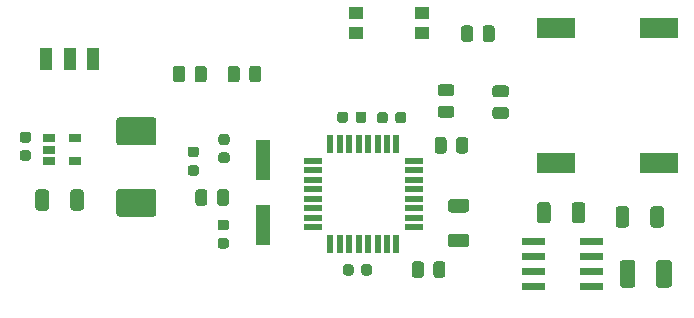
<source format=gbr>
%TF.GenerationSoftware,KiCad,Pcbnew,(5.1.9-0-10_14)*%
%TF.CreationDate,2022-07-10T13:30:40-04:00*%
%TF.ProjectId,raygun,72617967-756e-42e6-9b69-6361645f7063,rev?*%
%TF.SameCoordinates,Original*%
%TF.FileFunction,Paste,Top*%
%TF.FilePolarity,Positive*%
%FSLAX46Y46*%
G04 Gerber Fmt 4.6, Leading zero omitted, Abs format (unit mm)*
G04 Created by KiCad (PCBNEW (5.1.9-0-10_14)) date 2022-07-10 13:30:40*
%MOMM*%
%LPD*%
G01*
G04 APERTURE LIST*
%ADD10R,1.200000X1.000000*%
%ADD11R,1.000000X1.900000*%
%ADD12R,3.200000X1.800000*%
%ADD13R,1.200000X3.500000*%
%ADD14R,1.060000X0.650000*%
%ADD15R,1.600000X0.550000*%
%ADD16R,0.550000X1.600000*%
G04 APERTURE END LIST*
D10*
%TO.C,SW1*%
X119300000Y-69250000D03*
X119300000Y-70950000D03*
X124900000Y-70950000D03*
X124900000Y-69250000D03*
%TD*%
%TO.C,R8*%
G36*
G01*
X125825000Y-91425002D02*
X125825000Y-90524998D01*
G75*
G02*
X126074998Y-90275000I249998J0D01*
G01*
X126600002Y-90275000D01*
G75*
G02*
X126850000Y-90524998I0J-249998D01*
G01*
X126850000Y-91425002D01*
G75*
G02*
X126600002Y-91675000I-249998J0D01*
G01*
X126074998Y-91675000D01*
G75*
G02*
X125825000Y-91425002I0J249998D01*
G01*
G37*
G36*
G01*
X124000000Y-91425002D02*
X124000000Y-90524998D01*
G75*
G02*
X124249998Y-90275000I249998J0D01*
G01*
X124775002Y-90275000D01*
G75*
G02*
X125025000Y-90524998I0J-249998D01*
G01*
X125025000Y-91425002D01*
G75*
G02*
X124775002Y-91675000I-249998J0D01*
G01*
X124249998Y-91675000D01*
G75*
G02*
X124000000Y-91425002I0J249998D01*
G01*
G37*
%TD*%
%TO.C,R7*%
G36*
G01*
X131975002Y-76400000D02*
X131074998Y-76400000D01*
G75*
G02*
X130825000Y-76150002I0J249998D01*
G01*
X130825000Y-75624998D01*
G75*
G02*
X131074998Y-75375000I249998J0D01*
G01*
X131975002Y-75375000D01*
G75*
G02*
X132225000Y-75624998I0J-249998D01*
G01*
X132225000Y-76150002D01*
G75*
G02*
X131975002Y-76400000I-249998J0D01*
G01*
G37*
G36*
G01*
X131975002Y-78225000D02*
X131074998Y-78225000D01*
G75*
G02*
X130825000Y-77975002I0J249998D01*
G01*
X130825000Y-77449998D01*
G75*
G02*
X131074998Y-77200000I249998J0D01*
G01*
X131975002Y-77200000D01*
G75*
G02*
X132225000Y-77449998I0J-249998D01*
G01*
X132225000Y-77975002D01*
G75*
G02*
X131975002Y-78225000I-249998J0D01*
G01*
G37*
%TD*%
%TO.C,R6*%
G36*
G01*
X126950000Y-79999998D02*
X126950000Y-80900002D01*
G75*
G02*
X126700002Y-81150000I-249998J0D01*
G01*
X126174998Y-81150000D01*
G75*
G02*
X125925000Y-80900002I0J249998D01*
G01*
X125925000Y-79999998D01*
G75*
G02*
X126174998Y-79750000I249998J0D01*
G01*
X126700002Y-79750000D01*
G75*
G02*
X126950000Y-79999998I0J-249998D01*
G01*
G37*
G36*
G01*
X128775000Y-79999998D02*
X128775000Y-80900002D01*
G75*
G02*
X128525002Y-81150000I-249998J0D01*
G01*
X127999998Y-81150000D01*
G75*
G02*
X127750000Y-80900002I0J249998D01*
G01*
X127750000Y-79999998D01*
G75*
G02*
X127999998Y-79750000I249998J0D01*
G01*
X128525002Y-79750000D01*
G75*
G02*
X128775000Y-79999998I0J-249998D01*
G01*
G37*
%TD*%
D11*
%TO.C,SW3*%
X93030000Y-73150000D03*
X95030000Y-73150000D03*
X97030000Y-73150000D03*
%TD*%
%TO.C,R5*%
G36*
G01*
X130000000Y-71450002D02*
X130000000Y-70549998D01*
G75*
G02*
X130249998Y-70300000I249998J0D01*
G01*
X130775002Y-70300000D01*
G75*
G02*
X131025000Y-70549998I0J-249998D01*
G01*
X131025000Y-71450002D01*
G75*
G02*
X130775002Y-71700000I-249998J0D01*
G01*
X130249998Y-71700000D01*
G75*
G02*
X130000000Y-71450002I0J249998D01*
G01*
G37*
G36*
G01*
X128175000Y-71450002D02*
X128175000Y-70549998D01*
G75*
G02*
X128424998Y-70300000I249998J0D01*
G01*
X128950002Y-70300000D01*
G75*
G02*
X129200000Y-70549998I0J-249998D01*
G01*
X129200000Y-71450002D01*
G75*
G02*
X128950002Y-71700000I-249998J0D01*
G01*
X128424998Y-71700000D01*
G75*
G02*
X128175000Y-71450002I0J249998D01*
G01*
G37*
%TD*%
%TO.C,R4*%
G36*
G01*
X109429600Y-73971998D02*
X109429600Y-74872002D01*
G75*
G02*
X109179602Y-75122000I-249998J0D01*
G01*
X108654598Y-75122000D01*
G75*
G02*
X108404600Y-74872002I0J249998D01*
G01*
X108404600Y-73971998D01*
G75*
G02*
X108654598Y-73722000I249998J0D01*
G01*
X109179602Y-73722000D01*
G75*
G02*
X109429600Y-73971998I0J-249998D01*
G01*
G37*
G36*
G01*
X111254600Y-73971998D02*
X111254600Y-74872002D01*
G75*
G02*
X111004602Y-75122000I-249998J0D01*
G01*
X110479598Y-75122000D01*
G75*
G02*
X110229600Y-74872002I0J249998D01*
G01*
X110229600Y-73971998D01*
G75*
G02*
X110479598Y-73722000I249998J0D01*
G01*
X111004602Y-73722000D01*
G75*
G02*
X111254600Y-73971998I0J-249998D01*
G01*
G37*
%TD*%
%TO.C,R3*%
G36*
G01*
X104806800Y-73971998D02*
X104806800Y-74872002D01*
G75*
G02*
X104556802Y-75122000I-249998J0D01*
G01*
X104031798Y-75122000D01*
G75*
G02*
X103781800Y-74872002I0J249998D01*
G01*
X103781800Y-73971998D01*
G75*
G02*
X104031798Y-73722000I249998J0D01*
G01*
X104556802Y-73722000D01*
G75*
G02*
X104806800Y-73971998I0J-249998D01*
G01*
G37*
G36*
G01*
X106631800Y-73971998D02*
X106631800Y-74872002D01*
G75*
G02*
X106381802Y-75122000I-249998J0D01*
G01*
X105856798Y-75122000D01*
G75*
G02*
X105606800Y-74872002I0J249998D01*
G01*
X105606800Y-73971998D01*
G75*
G02*
X105856798Y-73722000I249998J0D01*
G01*
X106381802Y-73722000D01*
G75*
G02*
X106631800Y-73971998I0J-249998D01*
G01*
G37*
%TD*%
D12*
%TO.C,LS1*%
X136239000Y-81950800D03*
X136239000Y-70550800D03*
X144939000Y-70550800D03*
X144939000Y-81950800D03*
%TD*%
%TO.C,L1*%
G36*
G01*
X102150600Y-80446000D02*
X99220600Y-80446000D01*
G75*
G02*
X98985600Y-80211000I0J235000D01*
G01*
X98985600Y-78331000D01*
G75*
G02*
X99220600Y-78096000I235000J0D01*
G01*
X102150600Y-78096000D01*
G75*
G02*
X102385600Y-78331000I0J-235000D01*
G01*
X102385600Y-80211000D01*
G75*
G02*
X102150600Y-80446000I-235000J0D01*
G01*
G37*
G36*
G01*
X102150600Y-86496000D02*
X99220600Y-86496000D01*
G75*
G02*
X98985600Y-86261000I0J235000D01*
G01*
X98985600Y-84381000D01*
G75*
G02*
X99220600Y-84146000I235000J0D01*
G01*
X102150600Y-84146000D01*
G75*
G02*
X102385600Y-84381000I0J-235000D01*
G01*
X102385600Y-86261000D01*
G75*
G02*
X102150600Y-86496000I-235000J0D01*
G01*
G37*
%TD*%
D13*
%TO.C,Y1*%
X111391700Y-87205000D03*
X111391700Y-81705000D03*
%TD*%
%TO.C,U3*%
G36*
G01*
X138251300Y-88827800D02*
X138251300Y-88311800D01*
G75*
G02*
X138293300Y-88269800I42000J0D01*
G01*
X140179300Y-88269800D01*
G75*
G02*
X140221300Y-88311800I0J-42000D01*
G01*
X140221300Y-88827800D01*
G75*
G02*
X140179300Y-88869800I-42000J0D01*
G01*
X138293300Y-88869800D01*
G75*
G02*
X138251300Y-88827800I0J42000D01*
G01*
G37*
G36*
G01*
X138251300Y-90097800D02*
X138251300Y-89581800D01*
G75*
G02*
X138293300Y-89539800I42000J0D01*
G01*
X140179300Y-89539800D01*
G75*
G02*
X140221300Y-89581800I0J-42000D01*
G01*
X140221300Y-90097800D01*
G75*
G02*
X140179300Y-90139800I-42000J0D01*
G01*
X138293300Y-90139800D01*
G75*
G02*
X138251300Y-90097800I0J42000D01*
G01*
G37*
G36*
G01*
X138251300Y-91367800D02*
X138251300Y-90851800D01*
G75*
G02*
X138293300Y-90809800I42000J0D01*
G01*
X140179300Y-90809800D01*
G75*
G02*
X140221300Y-90851800I0J-42000D01*
G01*
X140221300Y-91367800D01*
G75*
G02*
X140179300Y-91409800I-42000J0D01*
G01*
X138293300Y-91409800D01*
G75*
G02*
X138251300Y-91367800I0J42000D01*
G01*
G37*
G36*
G01*
X138251300Y-92637800D02*
X138251300Y-92121800D01*
G75*
G02*
X138293300Y-92079800I42000J0D01*
G01*
X140179300Y-92079800D01*
G75*
G02*
X140221300Y-92121800I0J-42000D01*
G01*
X140221300Y-92637800D01*
G75*
G02*
X140179300Y-92679800I-42000J0D01*
G01*
X138293300Y-92679800D01*
G75*
G02*
X138251300Y-92637800I0J42000D01*
G01*
G37*
G36*
G01*
X133311300Y-92637800D02*
X133311300Y-92121800D01*
G75*
G02*
X133353300Y-92079800I42000J0D01*
G01*
X135239300Y-92079800D01*
G75*
G02*
X135281300Y-92121800I0J-42000D01*
G01*
X135281300Y-92637800D01*
G75*
G02*
X135239300Y-92679800I-42000J0D01*
G01*
X133353300Y-92679800D01*
G75*
G02*
X133311300Y-92637800I0J42000D01*
G01*
G37*
G36*
G01*
X133311300Y-91367800D02*
X133311300Y-90851800D01*
G75*
G02*
X133353300Y-90809800I42000J0D01*
G01*
X135239300Y-90809800D01*
G75*
G02*
X135281300Y-90851800I0J-42000D01*
G01*
X135281300Y-91367800D01*
G75*
G02*
X135239300Y-91409800I-42000J0D01*
G01*
X133353300Y-91409800D01*
G75*
G02*
X133311300Y-91367800I0J42000D01*
G01*
G37*
G36*
G01*
X133311300Y-90097800D02*
X133311300Y-89581800D01*
G75*
G02*
X133353300Y-89539800I42000J0D01*
G01*
X135239300Y-89539800D01*
G75*
G02*
X135281300Y-89581800I0J-42000D01*
G01*
X135281300Y-90097800D01*
G75*
G02*
X135239300Y-90139800I-42000J0D01*
G01*
X133353300Y-90139800D01*
G75*
G02*
X133311300Y-90097800I0J42000D01*
G01*
G37*
G36*
G01*
X133311300Y-88827800D02*
X133311300Y-88311800D01*
G75*
G02*
X133353300Y-88269800I42000J0D01*
G01*
X135239300Y-88269800D01*
G75*
G02*
X135281300Y-88311800I0J-42000D01*
G01*
X135281300Y-88827800D01*
G75*
G02*
X135239300Y-88869800I-42000J0D01*
G01*
X133353300Y-88869800D01*
G75*
G02*
X133311300Y-88827800I0J42000D01*
G01*
G37*
%TD*%
D14*
%TO.C,U2*%
X95461000Y-79872800D03*
X95461000Y-81772800D03*
X93261000Y-81772800D03*
X93261000Y-80822800D03*
X93261000Y-79872800D03*
%TD*%
D15*
%TO.C,U1*%
X124150700Y-81769300D03*
X124150700Y-82569300D03*
X124150700Y-83369300D03*
X124150700Y-84169300D03*
X124150700Y-84969300D03*
X124150700Y-85769300D03*
X124150700Y-86569300D03*
X124150700Y-87369300D03*
D16*
X122700700Y-88819300D03*
X121900700Y-88819300D03*
X121100700Y-88819300D03*
X120300700Y-88819300D03*
X119500700Y-88819300D03*
X118700700Y-88819300D03*
X117900700Y-88819300D03*
X117100700Y-88819300D03*
D15*
X115650700Y-87369300D03*
X115650700Y-86569300D03*
X115650700Y-85769300D03*
X115650700Y-84969300D03*
X115650700Y-84169300D03*
X115650700Y-83369300D03*
X115650700Y-82569300D03*
X115650700Y-81769300D03*
D16*
X117100700Y-80319300D03*
X117900700Y-80319300D03*
X118700700Y-80319300D03*
X119500700Y-80319300D03*
X120300700Y-80319300D03*
X121100700Y-80319300D03*
X121900700Y-80319300D03*
X122700700Y-80319300D03*
%TD*%
%TO.C,R2*%
G36*
G01*
X127350002Y-76300000D02*
X126449998Y-76300000D01*
G75*
G02*
X126200000Y-76050002I0J249998D01*
G01*
X126200000Y-75524998D01*
G75*
G02*
X126449998Y-75275000I249998J0D01*
G01*
X127350002Y-75275000D01*
G75*
G02*
X127600000Y-75524998I0J-249998D01*
G01*
X127600000Y-76050002D01*
G75*
G02*
X127350002Y-76300000I-249998J0D01*
G01*
G37*
G36*
G01*
X127350002Y-78125000D02*
X126449998Y-78125000D01*
G75*
G02*
X126200000Y-77875002I0J249998D01*
G01*
X126200000Y-77349998D01*
G75*
G02*
X126449998Y-77100000I249998J0D01*
G01*
X127350002Y-77100000D01*
G75*
G02*
X127600000Y-77349998I0J-249998D01*
G01*
X127600000Y-77875002D01*
G75*
G02*
X127350002Y-78125000I-249998J0D01*
G01*
G37*
%TD*%
%TO.C,R1*%
G36*
G01*
X106700000Y-84424998D02*
X106700000Y-85325002D01*
G75*
G02*
X106450002Y-85575000I-249998J0D01*
G01*
X105924998Y-85575000D01*
G75*
G02*
X105675000Y-85325002I0J249998D01*
G01*
X105675000Y-84424998D01*
G75*
G02*
X105924998Y-84175000I249998J0D01*
G01*
X106450002Y-84175000D01*
G75*
G02*
X106700000Y-84424998I0J-249998D01*
G01*
G37*
G36*
G01*
X108525000Y-84424998D02*
X108525000Y-85325002D01*
G75*
G02*
X108275002Y-85575000I-249998J0D01*
G01*
X107749998Y-85575000D01*
G75*
G02*
X107500000Y-85325002I0J249998D01*
G01*
X107500000Y-84424998D01*
G75*
G02*
X107749998Y-84175000I249998J0D01*
G01*
X108275002Y-84175000D01*
G75*
G02*
X108525000Y-84424998I0J-249998D01*
G01*
G37*
%TD*%
%TO.C,D1*%
G36*
G01*
X105243750Y-82150000D02*
X105756250Y-82150000D01*
G75*
G02*
X105975000Y-82368750I0J-218750D01*
G01*
X105975000Y-82806250D01*
G75*
G02*
X105756250Y-83025000I-218750J0D01*
G01*
X105243750Y-83025000D01*
G75*
G02*
X105025000Y-82806250I0J218750D01*
G01*
X105025000Y-82368750D01*
G75*
G02*
X105243750Y-82150000I218750J0D01*
G01*
G37*
G36*
G01*
X105243750Y-80575000D02*
X105756250Y-80575000D01*
G75*
G02*
X105975000Y-80793750I0J-218750D01*
G01*
X105975000Y-81231250D01*
G75*
G02*
X105756250Y-81450000I-218750J0D01*
G01*
X105243750Y-81450000D01*
G75*
G02*
X105025000Y-81231250I0J218750D01*
G01*
X105025000Y-80793750D01*
G75*
G02*
X105243750Y-80575000I218750J0D01*
G01*
G37*
%TD*%
%TO.C,C11*%
G36*
G01*
X144689800Y-92263402D02*
X144689800Y-90413398D01*
G75*
G02*
X144939798Y-90163400I249998J0D01*
G01*
X145764802Y-90163400D01*
G75*
G02*
X146014800Y-90413398I0J-249998D01*
G01*
X146014800Y-92263402D01*
G75*
G02*
X145764802Y-92513400I-249998J0D01*
G01*
X144939798Y-92513400D01*
G75*
G02*
X144689800Y-92263402I0J249998D01*
G01*
G37*
G36*
G01*
X141614800Y-92263402D02*
X141614800Y-90413398D01*
G75*
G02*
X141864798Y-90163400I249998J0D01*
G01*
X142689802Y-90163400D01*
G75*
G02*
X142939800Y-90413398I0J-249998D01*
G01*
X142939800Y-92263402D01*
G75*
G02*
X142689802Y-92513400I-249998J0D01*
G01*
X141864798Y-92513400D01*
G75*
G02*
X141614800Y-92263402I0J249998D01*
G01*
G37*
%TD*%
%TO.C,C10*%
G36*
G01*
X144206800Y-87162401D02*
X144206800Y-85862399D01*
G75*
G02*
X144456799Y-85612400I249999J0D01*
G01*
X145106801Y-85612400D01*
G75*
G02*
X145356800Y-85862399I0J-249999D01*
G01*
X145356800Y-87162401D01*
G75*
G02*
X145106801Y-87412400I-249999J0D01*
G01*
X144456799Y-87412400D01*
G75*
G02*
X144206800Y-87162401I0J249999D01*
G01*
G37*
G36*
G01*
X141256800Y-87162401D02*
X141256800Y-85862399D01*
G75*
G02*
X141506799Y-85612400I249999J0D01*
G01*
X142156801Y-85612400D01*
G75*
G02*
X142406800Y-85862399I0J-249999D01*
G01*
X142406800Y-87162401D01*
G75*
G02*
X142156801Y-87412400I-249999J0D01*
G01*
X141506799Y-87412400D01*
G75*
G02*
X141256800Y-87162401I0J249999D01*
G01*
G37*
%TD*%
%TO.C,C9*%
G36*
G01*
X119725000Y-91250000D02*
X119725000Y-90750000D01*
G75*
G02*
X119950000Y-90525000I225000J0D01*
G01*
X120400000Y-90525000D01*
G75*
G02*
X120625000Y-90750000I0J-225000D01*
G01*
X120625000Y-91250000D01*
G75*
G02*
X120400000Y-91475000I-225000J0D01*
G01*
X119950000Y-91475000D01*
G75*
G02*
X119725000Y-91250000I0J225000D01*
G01*
G37*
G36*
G01*
X118175000Y-91250000D02*
X118175000Y-90750000D01*
G75*
G02*
X118400000Y-90525000I225000J0D01*
G01*
X118850000Y-90525000D01*
G75*
G02*
X119075000Y-90750000I0J-225000D01*
G01*
X119075000Y-91250000D01*
G75*
G02*
X118850000Y-91475000I-225000J0D01*
G01*
X118400000Y-91475000D01*
G75*
G02*
X118175000Y-91250000I0J225000D01*
G01*
G37*
%TD*%
%TO.C,C8*%
G36*
G01*
X122613000Y-78355000D02*
X122613000Y-77855000D01*
G75*
G02*
X122838000Y-77630000I225000J0D01*
G01*
X123288000Y-77630000D01*
G75*
G02*
X123513000Y-77855000I0J-225000D01*
G01*
X123513000Y-78355000D01*
G75*
G02*
X123288000Y-78580000I-225000J0D01*
G01*
X122838000Y-78580000D01*
G75*
G02*
X122613000Y-78355000I0J225000D01*
G01*
G37*
G36*
G01*
X121063000Y-78355000D02*
X121063000Y-77855000D01*
G75*
G02*
X121288000Y-77630000I225000J0D01*
G01*
X121738000Y-77630000D01*
G75*
G02*
X121963000Y-77855000I0J-225000D01*
G01*
X121963000Y-78355000D01*
G75*
G02*
X121738000Y-78580000I-225000J0D01*
G01*
X121288000Y-78580000D01*
G75*
G02*
X121063000Y-78355000I0J225000D01*
G01*
G37*
%TD*%
%TO.C,C7*%
G36*
G01*
X119247800Y-78329600D02*
X119247800Y-77829600D01*
G75*
G02*
X119472800Y-77604600I225000J0D01*
G01*
X119922800Y-77604600D01*
G75*
G02*
X120147800Y-77829600I0J-225000D01*
G01*
X120147800Y-78329600D01*
G75*
G02*
X119922800Y-78554600I-225000J0D01*
G01*
X119472800Y-78554600D01*
G75*
G02*
X119247800Y-78329600I0J225000D01*
G01*
G37*
G36*
G01*
X117697800Y-78329600D02*
X117697800Y-77829600D01*
G75*
G02*
X117922800Y-77604600I225000J0D01*
G01*
X118372800Y-77604600D01*
G75*
G02*
X118597800Y-77829600I0J-225000D01*
G01*
X118597800Y-78329600D01*
G75*
G02*
X118372800Y-78554600I-225000J0D01*
G01*
X117922800Y-78554600D01*
G75*
G02*
X117697800Y-78329600I0J225000D01*
G01*
G37*
%TD*%
%TO.C,C6*%
G36*
G01*
X128615201Y-86145800D02*
X127315199Y-86145800D01*
G75*
G02*
X127065200Y-85895801I0J249999D01*
G01*
X127065200Y-85245799D01*
G75*
G02*
X127315199Y-84995800I249999J0D01*
G01*
X128615201Y-84995800D01*
G75*
G02*
X128865200Y-85245799I0J-249999D01*
G01*
X128865200Y-85895801D01*
G75*
G02*
X128615201Y-86145800I-249999J0D01*
G01*
G37*
G36*
G01*
X128615201Y-89095800D02*
X127315199Y-89095800D01*
G75*
G02*
X127065200Y-88845801I0J249999D01*
G01*
X127065200Y-88195799D01*
G75*
G02*
X127315199Y-87945800I249999J0D01*
G01*
X128615201Y-87945800D01*
G75*
G02*
X128865200Y-88195799I0J-249999D01*
G01*
X128865200Y-88845801D01*
G75*
G02*
X128615201Y-89095800I-249999J0D01*
G01*
G37*
%TD*%
%TO.C,C5*%
G36*
G01*
X135752000Y-85506799D02*
X135752000Y-86806801D01*
G75*
G02*
X135502001Y-87056800I-249999J0D01*
G01*
X134851999Y-87056800D01*
G75*
G02*
X134602000Y-86806801I0J249999D01*
G01*
X134602000Y-85506799D01*
G75*
G02*
X134851999Y-85256800I249999J0D01*
G01*
X135502001Y-85256800D01*
G75*
G02*
X135752000Y-85506799I0J-249999D01*
G01*
G37*
G36*
G01*
X138702000Y-85506799D02*
X138702000Y-86806801D01*
G75*
G02*
X138452001Y-87056800I-249999J0D01*
G01*
X137801999Y-87056800D01*
G75*
G02*
X137552000Y-86806801I0J249999D01*
G01*
X137552000Y-85506799D01*
G75*
G02*
X137801999Y-85256800I249999J0D01*
G01*
X138452001Y-85256800D01*
G75*
G02*
X138702000Y-85506799I0J-249999D01*
G01*
G37*
%TD*%
%TO.C,C4*%
G36*
G01*
X107788900Y-88297900D02*
X108288900Y-88297900D01*
G75*
G02*
X108513900Y-88522900I0J-225000D01*
G01*
X108513900Y-88972900D01*
G75*
G02*
X108288900Y-89197900I-225000J0D01*
G01*
X107788900Y-89197900D01*
G75*
G02*
X107563900Y-88972900I0J225000D01*
G01*
X107563900Y-88522900D01*
G75*
G02*
X107788900Y-88297900I225000J0D01*
G01*
G37*
G36*
G01*
X107788900Y-86747900D02*
X108288900Y-86747900D01*
G75*
G02*
X108513900Y-86972900I0J-225000D01*
G01*
X108513900Y-87422900D01*
G75*
G02*
X108288900Y-87647900I-225000J0D01*
G01*
X107788900Y-87647900D01*
G75*
G02*
X107563900Y-87422900I0J225000D01*
G01*
X107563900Y-86972900D01*
G75*
G02*
X107788900Y-86747900I225000J0D01*
G01*
G37*
%TD*%
%TO.C,C3*%
G36*
G01*
X108352400Y-80408600D02*
X107852400Y-80408600D01*
G75*
G02*
X107627400Y-80183600I0J225000D01*
G01*
X107627400Y-79733600D01*
G75*
G02*
X107852400Y-79508600I225000J0D01*
G01*
X108352400Y-79508600D01*
G75*
G02*
X108577400Y-79733600I0J-225000D01*
G01*
X108577400Y-80183600D01*
G75*
G02*
X108352400Y-80408600I-225000J0D01*
G01*
G37*
G36*
G01*
X108352400Y-81958600D02*
X107852400Y-81958600D01*
G75*
G02*
X107627400Y-81733600I0J225000D01*
G01*
X107627400Y-81283600D01*
G75*
G02*
X107852400Y-81058600I225000J0D01*
G01*
X108352400Y-81058600D01*
G75*
G02*
X108577400Y-81283600I0J-225000D01*
G01*
X108577400Y-81733600D01*
G75*
G02*
X108352400Y-81958600I-225000J0D01*
G01*
G37*
%TD*%
%TO.C,C2*%
G36*
G01*
X93283200Y-84439999D02*
X93283200Y-85740001D01*
G75*
G02*
X93033201Y-85990000I-249999J0D01*
G01*
X92383199Y-85990000D01*
G75*
G02*
X92133200Y-85740001I0J249999D01*
G01*
X92133200Y-84439999D01*
G75*
G02*
X92383199Y-84190000I249999J0D01*
G01*
X93033201Y-84190000D01*
G75*
G02*
X93283200Y-84439999I0J-249999D01*
G01*
G37*
G36*
G01*
X96233200Y-84439999D02*
X96233200Y-85740001D01*
G75*
G02*
X95983201Y-85990000I-249999J0D01*
G01*
X95333199Y-85990000D01*
G75*
G02*
X95083200Y-85740001I0J249999D01*
G01*
X95083200Y-84439999D01*
G75*
G02*
X95333199Y-84190000I249999J0D01*
G01*
X95983201Y-84190000D01*
G75*
G02*
X96233200Y-84439999I0J-249999D01*
G01*
G37*
%TD*%
%TO.C,C1*%
G36*
G01*
X91037600Y-80868400D02*
X91537600Y-80868400D01*
G75*
G02*
X91762600Y-81093400I0J-225000D01*
G01*
X91762600Y-81543400D01*
G75*
G02*
X91537600Y-81768400I-225000J0D01*
G01*
X91037600Y-81768400D01*
G75*
G02*
X90812600Y-81543400I0J225000D01*
G01*
X90812600Y-81093400D01*
G75*
G02*
X91037600Y-80868400I225000J0D01*
G01*
G37*
G36*
G01*
X91037600Y-79318400D02*
X91537600Y-79318400D01*
G75*
G02*
X91762600Y-79543400I0J-225000D01*
G01*
X91762600Y-79993400D01*
G75*
G02*
X91537600Y-80218400I-225000J0D01*
G01*
X91037600Y-80218400D01*
G75*
G02*
X90812600Y-79993400I0J225000D01*
G01*
X90812600Y-79543400D01*
G75*
G02*
X91037600Y-79318400I225000J0D01*
G01*
G37*
%TD*%
M02*

</source>
